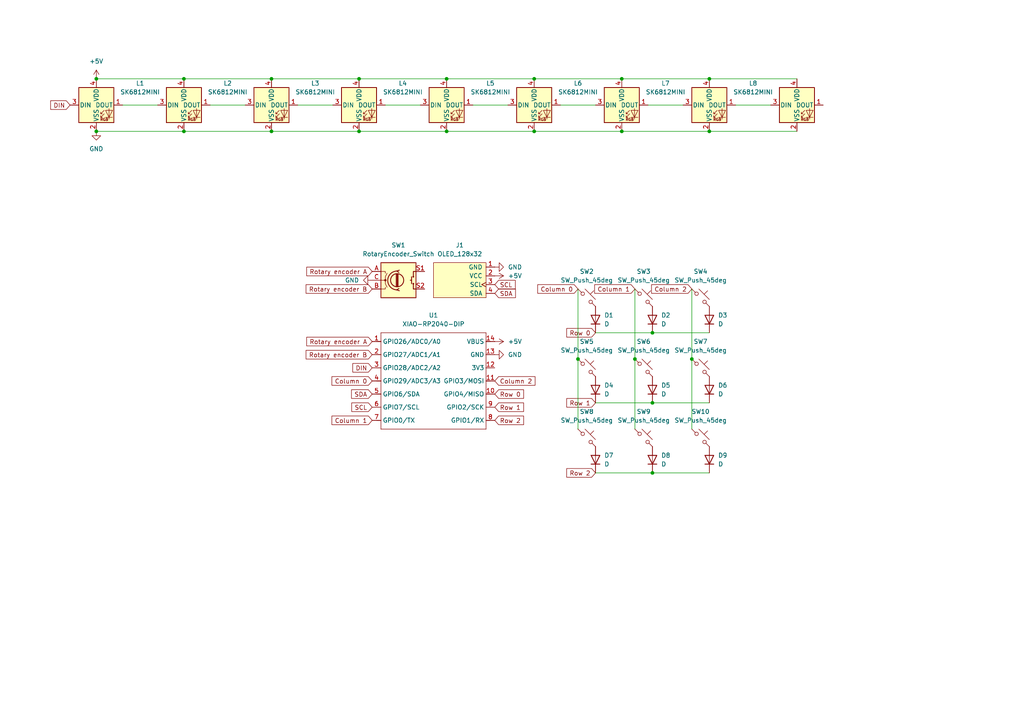
<source format=kicad_sch>
(kicad_sch (version 20231120) (generator "eeschema") (generator_version "8.0")
  (paper "A4")
  (lib_symbols
    (symbol "Device:D" (pin_numbers hide) (pin_names (offset 1.016) hide)
      (property "Reference" "D" (at 0 2.54 0))
      (property "Value" "D" (at 0 -2.54 0))
      (symbol "D_0_1"
        (polyline (pts (xy -1.27 1.27) (xy -1.27 -1.27)) (stroke (width 0.254)))
        (polyline (pts (xy 1.27 0) (xy -1.27 0)))
        (polyline (pts (xy 1.27 1.27) (xy 1.27 -1.27) (xy -1.27 0) (xy 1.27 1.27)) (stroke (width 0.254)))
      )
      (symbol "D_1_1"
        (pin passive line (at -3.81 0 0) (length 2.54) (name "K") (number "1"))
        (pin passive line (at 3.81 0 180) (length 2.54) (name "A") (number "2"))
      )
    )
    (symbol "Device:RotaryEncoder_Switch" (pin_names (offset 0.254) hide)
      (property "Reference" "SW" (at 0 6.604 0))
      (property "Value" "RotaryEncoder_Switch" (at 0 -6.604 0))
      (symbol "RotaryEncoder_Switch_0_1"
        (rectangle (start -5.08 5.08) (end 5.08 -5.08) (stroke (width 0.254)) (fill (type background)))
        (circle (center -3.81 0) (radius 0.254) (fill (type outline)))
        (circle (center -0.381 0) (radius 1.905) (stroke (width 0.254)))
        (arc (start -0.381 2.667) (mid -3.0988 -0.0635) (end -0.381 -2.794) (stroke (width 0.254)))
        (polyline (pts (xy -0.635 -1.778) (xy -0.635 1.778)) (stroke (width 0.254)))
        (polyline (pts (xy -0.381 -1.778) (xy -0.381 1.778)) (stroke (width 0.254)))
        (polyline (pts (xy -0.127 1.778) (xy -0.127 -1.778)) (stroke (width 0.254)))
        (polyline (pts (xy 3.81 0) (xy 3.429 0)) (stroke (width 0.254)))
        (polyline (pts (xy 3.81 1.016) (xy 3.81 -1.016)) (stroke (width 0.254)))
        (polyline (pts (xy -5.08 -2.54) (xy -3.81 -2.54) (xy -3.81 -2.032)))
        (polyline (pts (xy -5.08 2.54) (xy -3.81 2.54) (xy -3.81 2.032)))
        (polyline (pts (xy 0.254 -3.048) (xy -0.508 -2.794) (xy 0.127 -2.413)) (stroke (width 0.254)))
        (polyline (pts (xy 0.254 2.921) (xy -0.508 2.667) (xy 0.127 2.286)) (stroke (width 0.254)))
        (polyline (pts (xy 5.08 -2.54) (xy 4.318 -2.54) (xy 4.318 -1.016)) (stroke (width 0.254)))
        (polyline (pts (xy 5.08 2.54) (xy 4.318 2.54) (xy 4.318 1.016)) (stroke (width 0.254)))
        (polyline (pts (xy -5.08 0) (xy -3.81 0) (xy -3.81 -1.016) (xy -3.302 -2.032)))
        (polyline (pts (xy -4.318 0) (xy -3.81 0) (xy -3.81 1.016) (xy -3.302 2.032)))
        (circle (center 4.318 -1.016) (radius 0.127) (stroke (width 0.254)))
        (circle (center 4.318 1.016) (radius 0.127) (stroke (width 0.254)))
      )
      (symbol "RotaryEncoder_Switch_1_1"
        (pin passive line (at -7.62 2.54 0) (length 2.54) (name "A") (number "A"))
        (pin passive line (at -7.62 -2.54 0) (length 2.54) (name "B") (number "B"))
        (pin passive line (at -7.62 0 0) (length 2.54) (name "C") (number "C"))
        (pin passive line (at 7.62 2.54 180) (length 2.54) (name "S1") (number "S1"))
        (pin passive line (at 7.62 -2.54 180) (length 2.54) (name "S2") (number "S2"))
      )
    )
    (symbol "LED:SK6812MINI" (pin_names (offset 0.254))
      (property "Reference" "D" (at 5.08 5.715 0))
      (property "Value" "SK6812MINI" (at 1.27 -5.715 0))
      (symbol "SK6812MINI_0_0"
        (text "RGB" (at 2.286 -4.191 0) (effects (font (size 0.762 0.762))))
      )
      (symbol "SK6812MINI_0_1"
        (polyline (pts (xy 1.27 -3.556) (xy 1.778 -3.556)))
        (polyline (pts (xy 1.27 -2.54) (xy 1.778 -2.54)))
        (polyline (pts (xy 4.699 -3.556) (xy 2.667 -3.556)))
        (polyline (pts (xy 2.286 -2.54) (xy 1.27 -3.556) (xy 1.27 -3.048)))
        (polyline (pts (xy 2.286 -1.524) (xy 1.27 -2.54) (xy 1.27 -2.032)))
        (polyline (pts (xy 3.683 -1.016) (xy 3.683 -3.556) (xy 3.683 -4.064)))
        (polyline (pts (xy 4.699 -1.524) (xy 2.667 -1.524) (xy 3.683 -3.556) (xy 4.699 -1.524)))
        (rectangle (start 5.08 5.08) (end -5.08 -5.08) (stroke (width 0.254)) (fill (type background)))
      )
      (symbol "SK6812MINI_1_1"
        (pin output line (at 7.62 0 180) (length 2.54) (name "DOUT") (number "1"))
        (pin power_in line (at 0 -7.62 90) (length 2.54) (name "VSS") (number "2"))
        (pin input line (at -7.62 0 0) (length 2.54) (name "DIN") (number "3"))
        (pin power_in line (at 0 7.62 270) (length 2.54) (name "VDD") (number "4"))
      )
    )
    (symbol "ScottoKeebs:OLED_128x32" (pin_names (offset 1.016))
      (property "Reference" "J" (at 0 -6.35 0))
      (property "Value" "OLED_128x32" (at 0 6.35 0))
      (symbol "OLED_128x32_0_1"
        (rectangle (start 0 5.08) (end 15.24 -5.08) (fill (type background)))
      )
      (symbol "OLED_128x32_1_1"
        (pin power_in line (at -2.54 -3.81 0) (length 2.54) (name "GND") (number "1"))
        (pin power_in line (at -2.54 -1.27 0) (length 2.54) (name "VCC") (number "2"))
        (pin input clock (at -2.54 1.27 0) (length 2.54) (name "SCL") (number "3"))
        (pin bidirectional line (at -2.54 3.81 0) (length 2.54) (name "SDA") (number "4"))
      )
    )
    (symbol "Seeed_Studio_XIAO_Series:XIAO-RP2040-DIP"
      (property "Reference" "U" (at 0 0 0))
      (property "Value" "XIAO-RP2040-DIP" (at 5.334 -1.778 0))
      (symbol "XIAO-RP2040-DIP_1_0"
        (polyline (pts (xy -1.27 -30.48) (xy -1.27 -16.51)) (stroke (width 0.1524)))
        (polyline (pts (xy -1.27 -27.94) (xy -2.54 -27.94)) (stroke (width 0.1524)))
        (polyline (pts (xy -1.27 -24.13) (xy -2.54 -24.13)) (stroke (width 0.1524)))
        (polyline (pts (xy -1.27 -20.32) (xy -2.54 -20.32)) (stroke (width 0.1524)))
        (polyline (pts (xy -1.27 -16.51) (xy -2.54 -16.51)) (stroke (width 0.1524)))
        (polyline (pts (xy -1.27 -16.51) (xy -1.27 -12.7)) (stroke (width 0.1524)))
        (polyline (pts (xy -1.27 -12.7) (xy -2.54 -12.7)) (stroke (width 0.1524)))
        (polyline (pts (xy -1.27 -12.7) (xy -1.27 -8.89)) (stroke (width 0.1524)))
        (polyline (pts (xy -1.27 -8.89) (xy -2.54 -8.89)) (stroke (width 0.1524)))
        (polyline (pts (xy -1.27 -8.89) (xy -1.27 -5.08)) (stroke (width 0.1524)))
        (polyline (pts (xy -1.27 -5.08) (xy -2.54 -5.08)) (stroke (width 0.1524)))
        (polyline (pts (xy -1.27 -5.08) (xy -1.27 -2.54)) (stroke (width 0.1524)))
        (polyline (pts (xy -1.27 -2.54) (xy 29.21 -2.54)) (stroke (width 0.1524)))
        (polyline (pts (xy 29.21 -30.48) (xy -1.27 -30.48)) (stroke (width 0.1524)))
        (polyline (pts (xy 29.21 -12.7) (xy 29.21 -30.48)) (stroke (width 0.1524)))
        (polyline (pts (xy 29.21 -8.89) (xy 29.21 -12.7)) (stroke (width 0.1524)))
        (polyline (pts (xy 29.21 -5.08) (xy 29.21 -8.89)) (stroke (width 0.1524)))
        (polyline (pts (xy 29.21 -2.54) (xy 29.21 -5.08)) (stroke (width 0.1524)))
        (polyline (pts (xy 30.48 -27.94) (xy 29.21 -27.94)) (stroke (width 0.1524)))
        (polyline (pts (xy 30.48 -24.13) (xy 29.21 -24.13)) (stroke (width 0.1524)))
        (polyline (pts (xy 30.48 -20.32) (xy 29.21 -20.32)) (stroke (width 0.1524)))
        (polyline (pts (xy 30.48 -16.51) (xy 29.21 -16.51)) (stroke (width 0.1524)))
        (polyline (pts (xy 30.48 -12.7) (xy 29.21 -12.7)) (stroke (width 0.1524)))
        (polyline (pts (xy 30.48 -8.89) (xy 29.21 -8.89)) (stroke (width 0.1524)))
        (polyline (pts (xy 30.48 -5.08) (xy 29.21 -5.08)) (stroke (width 0.1524)))
        (pin passive line (at -3.81 -5.08 0) (length 2.54) (name "GPIO26/ADC0/A0") (number "1"))
        (pin passive line (at 31.75 -20.32 180) (length 2.54) (name "GPIO4/MISO") (number "10"))
        (pin passive line (at 31.75 -16.51 180) (length 2.54) (name "GPIO3/MOSI") (number "11"))
        (pin passive line (at 31.75 -12.7 180) (length 2.54) (name "3V3") (number "12"))
        (pin passive line (at 31.75 -8.89 180) (length 2.54) (name "GND") (number "13"))
        (pin passive line (at 31.75 -5.08 180) (length 2.54) (name "VBUS") (number "14"))
        (pin passive line (at -3.81 -8.89 0) (length 2.54) (name "GPIO27/ADC1/A1") (number "2"))
        (pin passive line (at -3.81 -12.7 0) (length 2.54) (name "GPIO28/ADC2/A2") (number "3"))
        (pin passive line (at -3.81 -16.51 0) (length 2.54) (name "GPIO29/ADC3/A3") (number "4"))
        (pin passive line (at -3.81 -20.32 0) (length 2.54) (name "GPIO6/SDA") (number "5"))
        (pin passive line (at -3.81 -24.13 0) (length 2.54) (name "GPIO7/SCL") (number "6"))
        (pin passive line (at -3.81 -27.94 0) (length 2.54) (name "GPIO0/TX") (number "7"))
        (pin passive line (at 31.75 -27.94 180) (length 2.54) (name "GPIO1/RX") (number "8"))
        (pin passive line (at 31.75 -24.13 180) (length 2.54) (name "GPIO2/SCK") (number "9"))
      )
    )
    (symbol "Switch:SW_Push_45deg" (pin_numbers hide) (pin_names (offset 1.016) hide)
      (property "Reference" "SW" (at 3.048 1.016 0))
      (property "Value" "SW_Push_45deg" (at 0 -3.81 0))
      (symbol "SW_Push_45deg_0_1"
        (circle (center -1.1684 1.1684) (radius 0.508))
        (polyline (pts (xy -0.508 2.54) (xy 2.54 -0.508)))
        (polyline (pts (xy 1.016 1.016) (xy 2.032 2.032)))
        (polyline (pts (xy -2.54 2.54) (xy -1.524 1.524) (xy -1.524 1.524)))
        (polyline (pts (xy 1.524 -1.524) (xy 2.54 -2.54) (xy 2.54 -2.54) (xy 2.54 -2.54)))
        (circle (center 1.143 -1.1938) (radius 0.508))
        (pin passive line (at -2.54 2.54 0) (length 0) (name "1") (number "1"))
        (pin passive line (at 2.54 -2.54 180) (length 0) (name "2") (number "2"))
      )
    )
    (symbol "power:+5V" (power) (pin_numbers hide) (pin_names (offset 0) hide)
      (property "Value" "+5V" (at 0 3.556 0))
      (symbol "+5V_0_1"
        (polyline (pts (xy -0.762 1.27) (xy 0 2.54)))
        (polyline (pts (xy 0 0) (xy 0 2.54)))
        (polyline (pts (xy 0 2.54) (xy 0.762 1.27)))
      )
      (symbol "+5V_1_1"
        (pin power_in line (at 0 0 90) (length 0) (name "~") (number "1"))
      )
    )
    (symbol "power:GND" (power) (pin_numbers hide) (pin_names (offset 0) hide)
      (property "Value" "GND" (at 0 -3.81 0))
      (symbol "GND_0_1"
        (polyline (pts (xy 0 0) (xy 0 -1.27) (xy 1.27 -1.27) (xy 0 -2.54) (xy -1.27 -1.27) (xy 0 -1.27)))
      )
      (symbol "GND_1_1"
        (pin power_in line (at 0 0 270) (length 0) (name "~") (number "1"))
      )
    )
  )
  (junction (at 189.23 96.52))
  (junction (at 27.94 38.1))
  (junction (at 189.23 137.16))
  (junction (at 78.74 38.1))
  (junction (at 53.34 38.1))
  (junction (at 205.74 22.86))
  (junction (at 200.66 104.14))
  (junction (at 205.74 38.1))
  (junction (at 184.15 104.14))
  (junction (at 180.34 22.86))
  (junction (at 180.34 38.1))
  (junction (at 53.34 22.86))
  (junction (at 154.94 22.86))
  (junction (at 189.23 116.84))
  (junction (at 129.54 22.86))
  (junction (at 104.14 22.86))
  (junction (at 104.14 38.1))
  (junction (at 27.94 22.86))
  (junction (at 78.74 22.86))
  (junction (at 154.94 38.1))
  (junction (at 167.64 104.14))
  (junction (at 129.54 38.1))
  (wire (pts (xy 184.15 104.14) (xy 184.15 124.46)))
  (wire (pts (xy 189.23 137.16) (xy 205.74 137.16)))
  (wire (pts (xy 104.14 22.86) (xy 129.54 22.86)))
  (wire (pts (xy 78.74 22.86) (xy 104.14 22.86)))
  (wire (pts (xy 205.74 22.86) (xy 231.14 22.86)))
  (wire (pts (xy 172.72 137.16) (xy 189.23 137.16)))
  (wire (pts (xy 180.34 38.1) (xy 205.74 38.1)))
  (wire (pts (xy 86.36 30.48) (xy 96.52 30.48)))
  (wire (pts (xy 129.54 22.86) (xy 154.94 22.86)))
  (wire (pts (xy 213.36 30.48) (xy 223.52 30.48)))
  (wire (pts (xy 60.96 30.48) (xy 71.12 30.48)))
  (wire (pts (xy 172.72 116.84) (xy 189.23 116.84)))
  (wire (pts (xy 189.23 116.84) (xy 205.74 116.84)))
  (wire (pts (xy 53.34 38.1) (xy 78.74 38.1)))
  (wire (pts (xy 187.96 30.48) (xy 198.12 30.48)))
  (wire (pts (xy 162.56 30.48) (xy 172.72 30.48)))
  (wire (pts (xy 167.64 104.14) (xy 167.64 124.46)))
  (wire (pts (xy 154.94 38.1) (xy 180.34 38.1)))
  (wire (pts (xy 111.76 30.48) (xy 121.92 30.48)))
  (wire (pts (xy 200.66 104.14) (xy 200.66 124.46)))
  (wire (pts (xy 167.64 83.82) (xy 167.64 104.14)))
  (wire (pts (xy 172.72 96.52) (xy 189.23 96.52)))
  (wire (pts (xy 180.34 22.86) (xy 205.74 22.86)))
  (wire (pts (xy 129.54 38.1) (xy 154.94 38.1)))
  (wire (pts (xy 184.15 83.82) (xy 184.15 104.14)))
  (wire (pts (xy 137.16 30.48) (xy 147.32 30.48)))
  (wire (pts (xy 189.23 96.52) (xy 205.74 96.52)))
  (wire (pts (xy 104.14 38.1) (xy 129.54 38.1)))
  (wire (pts (xy 154.94 22.86) (xy 180.34 22.86)))
  (wire (pts (xy 205.74 38.1) (xy 231.14 38.1)))
  (wire (pts (xy 53.34 22.86) (xy 78.74 22.86)))
  (wire (pts (xy 27.94 22.86) (xy 53.34 22.86)))
  (wire (pts (xy 35.56 30.48) (xy 45.72 30.48)))
  (wire (pts (xy 78.74 38.1) (xy 104.14 38.1)))
  (wire (pts (xy 27.94 38.1) (xy 53.34 38.1)))
  (wire (pts (xy 200.66 83.82) (xy 200.66 104.14)))
  (global_label "SCL" (shape input) (at 107.95 118.11 180) (property "Intersheetrefs" "${INTERSHEET_REFS}" (effects (hide yes))))
  (global_label "Row 1" (shape input) (at 143.51 118.11 0) (property "Intersheetrefs" "${INTERSHEET_REFS}" (effects (hide yes))))
  (global_label "Row 0" (shape input) (at 172.72 96.52 180) (property "Intersheetrefs" "${INTERSHEET_REFS}" (effects (hide yes))))
  (global_label "Row 0" (shape input) (at 143.51 114.3 0) (property "Intersheetrefs" "${INTERSHEET_REFS}" (effects (hide yes))))
  (global_label "Rotary encoder A" (shape input) (at 107.95 78.74 180) (property "Intersheetrefs" "${INTERSHEET_REFS}" (effects (hide yes))))
  (global_label "Column 2" (shape input) (at 143.51 110.49 0) (property "Intersheetrefs" "${INTERSHEET_REFS}" (effects (hide yes))))
  (global_label "Column 2" (shape input) (at 200.66 83.82 180) (property "Intersheetrefs" "${INTERSHEET_REFS}" (effects (hide yes))))
  (global_label "Rotary encoder A" (shape input) (at 107.95 99.06 180) (property "Intersheetrefs" "${INTERSHEET_REFS}" (effects (hide yes))))
  (global_label "SDA" (shape input) (at 107.95 114.3 180) (property "Intersheetrefs" "${INTERSHEET_REFS}" (effects (hide yes))))
  (global_label "Column 0" (shape input) (at 167.64 83.82 180) (property "Intersheetrefs" "${INTERSHEET_REFS}" (effects (hide yes))))
  (global_label "DIN" (shape input) (at 20.32 30.48 180) (property "Intersheetrefs" "${INTERSHEET_REFS}" (effects (hide yes))))
  (global_label "DIN" (shape input) (at 107.95 106.68 180) (property "Intersheetrefs" "${INTERSHEET_REFS}" (effects (hide yes))))
  (global_label "Row 2" (shape input) (at 143.51 121.92 0) (property "Intersheetrefs" "${INTERSHEET_REFS}" (effects (hide yes))))
  (global_label "Column 1" (shape input) (at 184.15 83.82 180) (property "Intersheetrefs" "${INTERSHEET_REFS}" (effects (hide yes))))
  (global_label "SDA" (shape input) (at 143.51 85.09 0) (property "Intersheetrefs" "${INTERSHEET_REFS}" (effects (hide yes))))
  (global_label "Rotary encoder B" (shape input) (at 107.95 102.87 180) (property "Intersheetrefs" "${INTERSHEET_REFS}" (effects (hide yes))))
  (global_label "Rotary encoder B" (shape input) (at 107.95 83.82 180) (property "Intersheetrefs" "${INTERSHEET_REFS}" (effects (hide yes))))
  (global_label "Column 1" (shape input) (at 107.95 121.92 180) (property "Intersheetrefs" "${INTERSHEET_REFS}" (effects (hide yes))))
  (global_label "Row 1" (shape input) (at 172.72 116.84 180) (property "Intersheetrefs" "${INTERSHEET_REFS}" (effects (hide yes))))
  (global_label "SCL" (shape input) (at 143.51 82.55 0) (property "Intersheetrefs" "${INTERSHEET_REFS}" (effects (hide yes))))
  (global_label "Column 0" (shape input) (at 107.95 110.49 180) (property "Intersheetrefs" "${INTERSHEET_REFS}" (effects (hide yes))))
  (global_label "Row 2" (shape input) (at 172.72 137.16 180) (property "Intersheetrefs" "${INTERSHEET_REFS}" (effects (hide yes))))
  (symbol (lib_id "Device:D") (at 189.23 92.71 90) (unit 1)
    (property "Reference" "D2" (at 191.77 91.4399 90) (effects (justify right)))
    (property "Value" "D" (at 191.77 93.9799 90) (effects (justify right)))
    (property "Footprint" "Diode_THT:D_DO-35_SOD27_P7.62mm_Horizontal" (effects (hide yes)))
    (property "Description" "Diode" (effects (hide yes)))
    (property "Sim.Device" "D" (effects (hide yes)))
    (property "Sim.Pins" "1=K 2=A" (effects (hide yes)))
  )
  (symbol (lib_id "ScottoKeebs:OLED_128x32") (at 140.97 81.28 180) (unit 1)
    (property "Reference" "J1" (at 133.35 71.12 0))
    (property "Value" "OLED_128x32" (at 133.35 73.66 0))
    (property "Footprint" "ScottoKeebs_Components:OLED_128x32" (effects (hide yes)))
  )
  (symbol (lib_id "LED:SK6812MINI") (at 231.14 30.48 0) (unit 1)
    (property "Reference" "L9" (effects (hide yes)))
    (property "Value" "SK6812MINI" (effects (hide yes)))
    (property "Footprint" "neopixel.petty:SK6812MINI-E" (effects (hide yes)))
    (property "Datasheet" "https://cdn-shop.adafruit.com/product-files/2686/SK6812MINI_REV.01-1-2.pdf" (effects (hide yes)))
    (property "Description" "RGB LED with integrated controller" (effects (hide yes)))
  )
  (symbol (lib_id "LED:SK6812MINI") (at 53.34 30.48 0) (unit 1)
    (property "Reference" "L2" (at 66.04 24.1614 0))
    (property "Value" "SK6812MINI" (at 66.04 26.7014 0))
    (property "Footprint" "neopixel.petty:SK6812MINI-E" (effects (hide yes)))
    (property "Datasheet" "https://cdn-shop.adafruit.com/product-files/2686/SK6812MINI_REV.01-1-2.pdf" (effects (hide yes)))
    (property "Description" "RGB LED with integrated controller" (effects (hide yes)))
  )
  (symbol (lib_id "LED:SK6812MINI") (at 27.94 30.48 0) (unit 1)
    (property "Reference" "L1" (at 40.64 24.1614 0))
    (property "Value" "SK6812MINI" (at 40.64 26.7014 0))
    (property "Footprint" "neopixel.petty:SK6812MINI-E" (effects (hide yes)))
    (property "Datasheet" "https://cdn-shop.adafruit.com/product-files/2686/SK6812MINI_REV.01-1-2.pdf" (effects (hide yes)))
    (property "Description" "RGB LED with integrated controller" (effects (hide yes)))
  )
  (symbol (lib_id "Device:D") (at 205.74 133.35 90) (unit 1)
    (property "Reference" "D9" (at 208.28 132.0799 90) (effects (justify right)))
    (property "Value" "D" (at 208.28 134.6199 90) (effects (justify right)))
    (property "Footprint" "Diode_THT:D_DO-35_SOD27_P7.62mm_Horizontal" (effects (hide yes)))
    (property "Description" "Diode" (effects (hide yes)))
    (property "Sim.Device" "D" (effects (hide yes)))
    (property "Sim.Pins" "1=K 2=A" (effects (hide yes)))
  )
  (symbol (lib_id "LED:SK6812MINI") (at 78.74 30.48 0) (unit 1)
    (property "Reference" "L3" (at 91.44 24.1614 0))
    (property "Value" "SK6812MINI" (at 91.44 26.7014 0))
    (property "Footprint" "neopixel.petty:SK6812MINI-E" (effects (hide yes)))
    (property "Datasheet" "https://cdn-shop.adafruit.com/product-files/2686/SK6812MINI_REV.01-1-2.pdf" (effects (hide yes)))
    (property "Description" "RGB LED with integrated controller" (effects (hide yes)))
  )
  (symbol (lib_id "power:+5V") (at 143.51 99.06 270) (unit 1)
    (property "Reference" "#PWR01" (effects (hide yes)))
    (property "Value" "+5V" (at 147.32 99.0599 90) (effects (justify left)))
    (property "Description" "Power symbol creates a global label with name \"+5V\"" (effects (hide yes)))
  )
  (symbol (lib_id "Switch:SW_Push_45deg") (at 203.2 127 0) (unit 1)
    (property "Reference" "SW10" (at 203.2 119.38 0))
    (property "Value" "SW_Push_45deg" (at 203.2 121.92 0))
    (property "Footprint" "Button_Switch_Keyboard:SW_Cherry_MX_1.00u_PCB" (effects (hide yes)))
    (property "Description" "Push button switch, normally open, two pins, 45° tilted" (effects (hide yes)))
  )
  (symbol (lib_id "LED:SK6812MINI") (at 104.14 30.48 0) (unit 1)
    (property "Reference" "L4" (at 116.84 24.1614 0))
    (property "Value" "SK6812MINI" (at 116.84 26.7014 0))
    (property "Footprint" "neopixel.petty:SK6812MINI-E" (effects (hide yes)))
    (property "Datasheet" "https://cdn-shop.adafruit.com/product-files/2686/SK6812MINI_REV.01-1-2.pdf" (effects (hide yes)))
    (property "Description" "RGB LED with integrated controller" (effects (hide yes)))
  )
  (symbol (lib_id "LED:SK6812MINI") (at 180.34 30.48 0) (unit 1)
    (property "Reference" "L7" (at 193.04 24.1614 0))
    (property "Value" "SK6812MINI" (at 193.04 26.7014 0))
    (property "Footprint" "neopixel.petty:SK6812MINI-E" (effects (hide yes)))
    (property "Datasheet" "https://cdn-shop.adafruit.com/product-files/2686/SK6812MINI_REV.01-1-2.pdf" (effects (hide yes)))
    (property "Description" "RGB LED with integrated controller" (effects (hide yes)))
  )
  (symbol (lib_id "LED:SK6812MINI") (at 154.94 30.48 0) (unit 1)
    (property "Reference" "L6" (at 167.64 24.1614 0))
    (property "Value" "SK6812MINI" (at 167.64 26.7014 0))
    (property "Footprint" "neopixel.petty:SK6812MINI-E" (effects (hide yes)))
    (property "Datasheet" "https://cdn-shop.adafruit.com/product-files/2686/SK6812MINI_REV.01-1-2.pdf" (effects (hide yes)))
    (property "Description" "RGB LED with integrated controller" (effects (hide yes)))
  )
  (symbol (lib_id "Device:D") (at 189.23 113.03 90) (unit 1)
    (property "Reference" "D5" (at 191.77 111.7599 90) (effects (justify right)))
    (property "Value" "D" (at 191.77 114.2999 90) (effects (justify right)))
    (property "Footprint" "Diode_THT:D_DO-35_SOD27_P7.62mm_Horizontal" (effects (hide yes)))
    (property "Description" "Diode" (effects (hide yes)))
    (property "Sim.Device" "D" (effects (hide yes)))
    (property "Sim.Pins" "1=K 2=A" (effects (hide yes)))
  )
  (symbol (lib_id "LED:SK6812MINI") (at 205.74 30.48 0) (unit 1)
    (property "Reference" "L8" (at 218.44 24.1614 0))
    (property "Value" "SK6812MINI" (at 218.44 26.7014 0))
    (property "Footprint" "neopixel.petty:SK6812MINI-E" (effects (hide yes)))
    (property "Datasheet" "https://cdn-shop.adafruit.com/product-files/2686/SK6812MINI_REV.01-1-2.pdf" (effects (hide yes)))
    (property "Description" "RGB LED with integrated controller" (effects (hide yes)))
  )
  (symbol (lib_id "Device:D") (at 205.74 113.03 90) (unit 1)
    (property "Reference" "D6" (at 208.28 111.7599 90) (effects (justify right)))
    (property "Value" "D" (at 208.28 114.2999 90) (effects (justify right)))
    (property "Footprint" "Diode_THT:D_DO-35_SOD27_P7.62mm_Horizontal" (effects (hide yes)))
    (property "Description" "Diode" (effects (hide yes)))
    (property "Sim.Device" "D" (effects (hide yes)))
    (property "Sim.Pins" "1=K 2=A" (effects (hide yes)))
  )
  (symbol (lib_id "LED:SK6812MINI") (at 129.54 30.48 0) (unit 1)
    (property "Reference" "L5" (at 142.24 24.1614 0))
    (property "Value" "SK6812MINI" (at 142.24 26.7014 0))
    (property "Footprint" "neopixel.petty:SK6812MINI-E" (effects (hide yes)))
    (property "Datasheet" "https://cdn-shop.adafruit.com/product-files/2686/SK6812MINI_REV.01-1-2.pdf" (effects (hide yes)))
    (property "Description" "RGB LED with integrated controller" (effects (hide yes)))
  )
  (symbol (lib_id "Switch:SW_Push_45deg") (at 186.69 106.68 0) (unit 1)
    (property "Reference" "SW6" (at 186.69 99.06 0))
    (property "Value" "SW_Push_45deg" (at 186.69 101.6 0))
    (property "Footprint" "Button_Switch_Keyboard:SW_Cherry_MX_1.00u_PCB" (effects (hide yes)))
    (property "Description" "Push button switch, normally open, two pins, 45° tilted" (effects (hide yes)))
  )
  (symbol (lib_id "Switch:SW_Push_45deg") (at 170.18 106.68 0) (unit 1)
    (property "Reference" "SW5" (at 170.18 99.06 0))
    (property "Value" "SW_Push_45deg" (at 170.18 101.6 0))
    (property "Footprint" "Button_Switch_Keyboard:SW_Cherry_MX_1.00u_PCB" (effects (hide yes)))
    (property "Description" "Push button switch, normally open, two pins, 45° tilted" (effects (hide yes)))
  )
  (symbol (lib_id "Switch:SW_Push_45deg") (at 186.69 86.36 0) (unit 1)
    (property "Reference" "SW3" (at 186.69 78.74 0))
    (property "Value" "SW_Push_45deg" (at 186.69 81.28 0))
    (property "Footprint" "Button_Switch_Keyboard:SW_Cherry_MX_1.00u_PCB" (effects (hide yes)))
    (property "Description" "Push button switch, normally open, two pins, 45° tilted" (effects (hide yes)))
  )
  (symbol (lib_id "Switch:SW_Push_45deg") (at 186.69 127 0) (unit 1)
    (property "Reference" "SW9" (at 186.69 119.38 0))
    (property "Value" "SW_Push_45deg" (at 186.69 121.92 0))
    (property "Footprint" "Button_Switch_Keyboard:SW_Cherry_MX_1.00u_PCB" (effects (hide yes)))
    (property "Description" "Push button switch, normally open, two pins, 45° tilted" (effects (hide yes)))
  )
  (symbol (lib_id "Device:D") (at 172.72 133.35 90) (unit 1)
    (property "Reference" "D7" (at 175.26 132.0799 90) (effects (justify right)))
    (property "Value" "D" (at 175.26 134.6199 90) (effects (justify right)))
    (property "Footprint" "Diode_THT:D_DO-35_SOD27_P7.62mm_Horizontal" (effects (hide yes)))
    (property "Description" "Diode" (effects (hide yes)))
    (property "Sim.Device" "D" (effects (hide yes)))
    (property "Sim.Pins" "1=K 2=A" (effects (hide yes)))
  )
  (symbol (lib_id "Device:D") (at 172.72 92.71 90) (unit 1)
    (property "Reference" "D1" (at 175.26 91.4399 90) (effects (justify right)))
    (property "Value" "D" (at 175.26 93.9799 90) (effects (justify right)))
    (property "Footprint" "Diode_THT:D_DO-35_SOD27_P7.62mm_Horizontal" (effects (hide yes)))
    (property "Description" "Diode" (effects (hide yes)))
    (property "Sim.Device" "D" (effects (hide yes)))
    (property "Sim.Pins" "1=K 2=A" (effects (hide yes)))
  )
  (symbol (lib_id "Device:D") (at 205.74 92.71 90) (unit 1)
    (property "Reference" "D3" (at 208.28 91.4399 90) (effects (justify right)))
    (property "Value" "D" (at 208.28 93.9799 90) (effects (justify right)))
    (property "Footprint" "Diode_THT:D_DO-35_SOD27_P7.62mm_Horizontal" (effects (hide yes)))
    (property "Description" "Diode" (effects (hide yes)))
    (property "Sim.Device" "D" (effects (hide yes)))
    (property "Sim.Pins" "1=K 2=A" (effects (hide yes)))
  )
  (symbol (lib_id "Device:D") (at 189.23 133.35 90) (unit 1)
    (property "Reference" "D8" (at 191.77 132.0799 90) (effects (justify right)))
    (property "Value" "D" (at 191.77 134.6199 90) (effects (justify right)))
    (property "Footprint" "Diode_THT:D_DO-35_SOD27_P7.62mm_Horizontal" (effects (hide yes)))
    (property "Description" "Diode" (effects (hide yes)))
    (property "Sim.Device" "D" (effects (hide yes)))
    (property "Sim.Pins" "1=K 2=A" (effects (hide yes)))
  )
  (symbol (lib_id "power:GND") (at 143.51 102.87 90) (unit 1)
    (property "Reference" "#PWR02" (effects (hide yes)))
    (property "Value" "GND" (at 147.32 102.8699 90) (effects (justify right)))
    (property "Description" "Power symbol creates a global label with name \"GND\" , ground" (effects (hide yes)))
  )
  (symbol (lib_id "Switch:SW_Push_45deg") (at 170.18 127 0) (unit 1)
    (property "Reference" "SW8" (at 170.18 119.38 0))
    (property "Value" "SW_Push_45deg" (at 170.18 121.92 0))
    (property "Footprint" "Button_Switch_Keyboard:SW_Cherry_MX_1.00u_PCB" (effects (hide yes)))
    (property "Description" "Push button switch, normally open, two pins, 45° tilted" (effects (hide yes)))
  )
  (symbol (lib_id "Switch:SW_Push_45deg") (at 170.18 86.36 0) (unit 1)
    (property "Reference" "SW2" (at 170.18 78.74 0))
    (property "Value" "SW_Push_45deg" (at 170.18 81.28 0))
    (property "Footprint" "Button_Switch_Keyboard:SW_Cherry_MX_1.00u_PCB" (effects (hide yes)))
    (property "Description" "Push button switch, normally open, two pins, 45° tilted" (effects (hide yes)))
  )
  (symbol (lib_id "Switch:SW_Push_45deg") (at 203.2 106.68 0) (unit 1)
    (property "Reference" "SW7" (at 203.2 99.06 0))
    (property "Value" "SW_Push_45deg" (at 203.2 101.6 0))
    (property "Footprint" "Button_Switch_Keyboard:SW_Cherry_MX_1.00u_PCB" (effects (hide yes)))
    (property "Description" "Push button switch, normally open, two pins, 45° tilted" (effects (hide yes)))
  )
  (symbol (lib_id "power:GND") (at 107.95 81.28 270) (unit 1)
    (property "Reference" "#PWR05" (effects (hide yes)))
    (property "Value" "GND" (at 104.14 81.2799 90) (effects (justify right)))
    (property "Description" "Power symbol creates a global label with name \"GND\" , ground" (effects (hide yes)))
  )
  (symbol (lib_id "Seeed_Studio_XIAO_Series:XIAO-RP2040-DIP") (at 111.76 93.98 0) (unit 1)
    (property "Reference" "U1" (at 125.73 91.44 0))
    (property "Value" "XIAO-RP2040-DIP" (at 125.73 93.98 0))
    (property "Footprint" "Seeed Studio XIAO Series Library:XIAO-RP2040-DIP" (effects (hide yes)))
  )
  (symbol (lib_id "Device:RotaryEncoder_Switch") (at 115.57 81.28 0) (unit 1)
    (property "Reference" "SW1" (at 115.57 71.12 0))
    (property "Value" "RotaryEncoder_Switch" (at 115.57 73.66 0))
    (property "Footprint" "Rotary_Encoder:RotaryEncoder_Alps_EC11E-Switch_Vertical_H20mm_CircularMountingHoles" (effects (hide yes)))
    (property "Description" "Rotary encoder, dual channel, incremental quadrate outputs, with switch" (effects (hide yes)))
  )
  (symbol (lib_id "power:GND") (at 143.51 77.47 90) (unit 1)
    (property "Reference" "#PWR03" (effects (hide yes)))
    (property "Value" "GND" (at 147.32 77.4699 90) (effects (justify right)))
    (property "Description" "Power symbol creates a global label with name \"GND\" , ground" (effects (hide yes)))
  )
  (symbol (lib_id "Device:D") (at 172.72 113.03 90) (unit 1)
    (property "Reference" "D4" (at 175.26 111.7599 90) (effects (justify right)))
    (property "Value" "D" (at 175.26 114.2999 90) (effects (justify right)))
    (property "Footprint" "Diode_THT:D_DO-35_SOD27_P7.62mm_Horizontal" (effects (hide yes)))
    (property "Description" "Diode" (effects (hide yes)))
    (property "Sim.Device" "D" (effects (hide yes)))
    (property "Sim.Pins" "1=K 2=A" (effects (hide yes)))
  )
  (symbol (lib_id "power:+5V") (at 27.94 22.86 0) (unit 1)
    (property "Reference" "#PWR08" (effects (hide yes)))
    (property "Value" "+5V" (at 27.94 17.78 0))
    (property "Description" "Power symbol creates a global label with name \"+5V\"" (effects (hide yes)))
  )
  (symbol (lib_id "power:GND") (at 27.94 38.1 0) (unit 1)
    (property "Reference" "#PWR07" (effects (hide yes)))
    (property "Value" "GND" (at 27.94 43.18 0))
    (property "Description" "Power symbol creates a global label with name \"GND\" , ground" (effects (hide yes)))
  )
  (symbol (lib_id "Switch:SW_Push_45deg") (at 203.2 86.36 0) (unit 1)
    (property "Reference" "SW4" (at 203.2 78.74 0))
    (property "Value" "SW_Push_45deg" (at 203.2 81.28 0))
    (property "Footprint" "Button_Switch_Keyboard:SW_Cherry_MX_1.00u_PCB" (effects (hide yes)))
    (property "Description" "Push button switch, normally open, two pins, 45° tilted" (effects (hide yes)))
  )
  (symbol (lib_id "power:+5V") (at 143.51 80.01 270) (unit 1)
    (property "Reference" "#PWR04" (effects (hide yes)))
    (property "Value" "+5V" (at 147.32 80.0099 90) (effects (justify left)))
    (property "Description" "Power symbol creates a global label with name \"+5V\"" (effects (hide yes)))
  )
)
</source>
